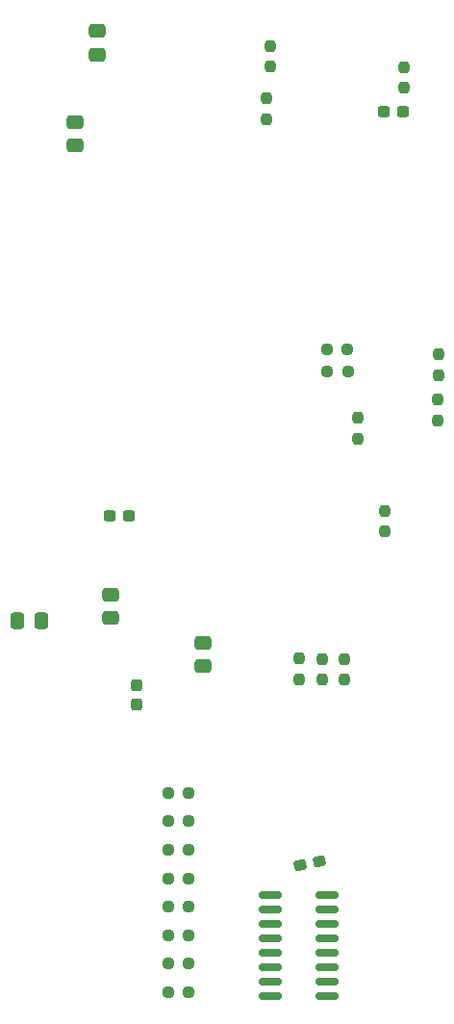
<source format=gbr>
G04 #@! TF.GenerationSoftware,KiCad,Pcbnew,7.0.9*
G04 #@! TF.CreationDate,2024-06-15T21:38:13-04:00*
G04 #@! TF.ProjectId,MEAP_Rev3c,4d454150-5f52-4657-9633-632e6b696361,rev?*
G04 #@! TF.SameCoordinates,Original*
G04 #@! TF.FileFunction,Paste,Bot*
G04 #@! TF.FilePolarity,Positive*
%FSLAX46Y46*%
G04 Gerber Fmt 4.6, Leading zero omitted, Abs format (unit mm)*
G04 Created by KiCad (PCBNEW 7.0.9) date 2024-06-15 21:38:13*
%MOMM*%
%LPD*%
G01*
G04 APERTURE LIST*
G04 Aperture macros list*
%AMRoundRect*
0 Rectangle with rounded corners*
0 $1 Rounding radius*
0 $2 $3 $4 $5 $6 $7 $8 $9 X,Y pos of 4 corners*
0 Add a 4 corners polygon primitive as box body*
4,1,4,$2,$3,$4,$5,$6,$7,$8,$9,$2,$3,0*
0 Add four circle primitives for the rounded corners*
1,1,$1+$1,$2,$3*
1,1,$1+$1,$4,$5*
1,1,$1+$1,$6,$7*
1,1,$1+$1,$8,$9*
0 Add four rect primitives between the rounded corners*
20,1,$1+$1,$2,$3,$4,$5,0*
20,1,$1+$1,$4,$5,$6,$7,0*
20,1,$1+$1,$6,$7,$8,$9,0*
20,1,$1+$1,$8,$9,$2,$3,0*%
G04 Aperture macros list end*
%ADD10RoundRect,0.250000X-0.475000X0.337500X-0.475000X-0.337500X0.475000X-0.337500X0.475000X0.337500X0*%
%ADD11RoundRect,0.237500X0.250000X0.237500X-0.250000X0.237500X-0.250000X-0.237500X0.250000X-0.237500X0*%
%ADD12RoundRect,0.237500X-0.250000X-0.237500X0.250000X-0.237500X0.250000X0.237500X-0.250000X0.237500X0*%
%ADD13RoundRect,0.237500X0.237500X-0.250000X0.237500X0.250000X-0.237500X0.250000X-0.237500X-0.250000X0*%
%ADD14RoundRect,0.250000X0.475000X-0.337500X0.475000X0.337500X-0.475000X0.337500X-0.475000X-0.337500X0*%
%ADD15RoundRect,0.237500X-0.237500X0.250000X-0.237500X-0.250000X0.237500X-0.250000X0.237500X0.250000X0*%
%ADD16RoundRect,0.250000X0.337500X0.475000X-0.337500X0.475000X-0.337500X-0.475000X0.337500X-0.475000X0*%
%ADD17RoundRect,0.237500X-0.237500X0.300000X-0.237500X-0.300000X0.237500X-0.300000X0.237500X0.300000X0*%
%ADD18RoundRect,0.237500X0.300000X0.237500X-0.300000X0.237500X-0.300000X-0.237500X0.300000X-0.237500X0*%
%ADD19RoundRect,0.150000X0.825000X0.150000X-0.825000X0.150000X-0.825000X-0.150000X0.825000X-0.150000X0*%
%ADD20RoundRect,0.237500X0.254201X0.285986X-0.336684X0.181797X-0.254201X-0.285986X0.336684X-0.181797X0*%
G04 APERTURE END LIST*
D10*
X30540000Y-78565000D03*
X30540000Y-80640000D03*
D11*
X43282500Y-52740000D03*
X41457500Y-52740000D03*
D12*
X27475002Y-104300001D03*
X29300002Y-104300001D03*
D13*
X41039996Y-81802502D03*
X41039996Y-79977502D03*
X36150000Y-32482500D03*
X36150000Y-30657500D03*
D14*
X19299999Y-34807497D03*
X19299999Y-32732497D03*
D15*
X44210000Y-58787500D03*
X44210000Y-60612500D03*
D12*
X27475001Y-99279997D03*
X29300001Y-99279997D03*
D16*
X16307500Y-76600000D03*
X14232500Y-76600000D03*
D17*
X24690000Y-82310000D03*
X24690000Y-84035000D03*
D18*
X48192500Y-31870000D03*
X46467500Y-31870000D03*
D15*
X36470000Y-26067500D03*
X36470000Y-27892500D03*
X46520000Y-66947500D03*
X46520000Y-68772500D03*
D12*
X27475002Y-101789999D03*
X29300002Y-101789999D03*
D13*
X43040000Y-81812500D03*
X43040000Y-79987500D03*
X51250000Y-58982500D03*
X51250000Y-57157500D03*
D12*
X27475000Y-96770000D03*
X29300000Y-96770000D03*
X27474998Y-91750000D03*
X29299998Y-91750000D03*
D14*
X21270002Y-26837499D03*
X21270002Y-24762499D03*
D11*
X43302500Y-54680000D03*
X41477500Y-54680000D03*
D12*
X27474999Y-94260001D03*
X29299999Y-94260001D03*
X27475001Y-109319999D03*
X29300001Y-109319999D03*
D19*
X41445000Y-100770000D03*
X41445000Y-102040000D03*
X41445000Y-103310000D03*
X41445000Y-104580000D03*
X41445000Y-105850000D03*
X41445000Y-107120000D03*
X41445000Y-108390000D03*
X41445000Y-109660000D03*
X36495000Y-109660000D03*
X36495000Y-108390000D03*
X36495000Y-107120000D03*
X36495000Y-105850000D03*
X36495000Y-104580000D03*
X36495000Y-103310000D03*
X36495000Y-102040000D03*
X36495000Y-100770000D03*
D15*
X51280000Y-53197500D03*
X51280000Y-55022500D03*
D12*
X27475002Y-106809997D03*
X29300002Y-106809997D03*
D20*
X40809397Y-97810228D03*
X39110603Y-98109772D03*
D18*
X24030000Y-67410000D03*
X22305000Y-67410000D03*
D14*
X22469998Y-76377501D03*
X22469998Y-74302501D03*
D15*
X39050000Y-79967500D03*
X39050000Y-81792500D03*
X48280000Y-27917500D03*
X48280000Y-29742500D03*
M02*

</source>
